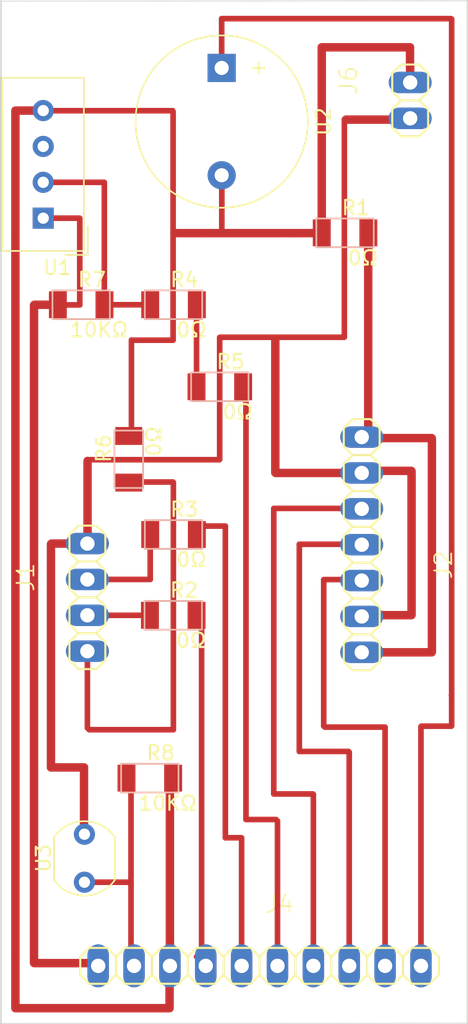
<source format=kicad_pcb>
(kicad_pcb (version 20171130) (host pcbnew "(5.1.5-0-10_14)")

  (general
    (thickness 1.6)
    (drawings 4)
    (tracks 134)
    (zones 0)
    (modules 15)
    (nets 18)
  )

  (page A4)
  (layers
    (0 F.Cu signal)
    (31 B.Cu signal)
    (32 B.Adhes user)
    (33 F.Adhes user)
    (34 B.Paste user)
    (35 F.Paste user)
    (36 B.SilkS user)
    (37 F.SilkS user)
    (38 B.Mask user)
    (39 F.Mask user)
    (40 Dwgs.User user)
    (41 Cmts.User user)
    (42 Eco1.User user)
    (43 Eco2.User user)
    (44 Edge.Cuts user)
    (45 Margin user)
    (46 B.CrtYd user)
    (47 F.CrtYd user)
    (48 B.Fab user)
    (49 F.Fab user hide)
  )

  (setup
    (last_trace_width 0.4)
    (trace_clearance 0.3)
    (zone_clearance 0.508)
    (zone_45_only no)
    (trace_min 0.2)
    (via_size 0.6)
    (via_drill 0.4)
    (via_min_size 0.4)
    (via_min_drill 0.3)
    (uvia_size 0.3)
    (uvia_drill 0.1)
    (uvias_allowed no)
    (uvia_min_size 0.2)
    (uvia_min_drill 0.1)
    (edge_width 0.05)
    (segment_width 0.2)
    (pcb_text_width 0.3)
    (pcb_text_size 1.5 1.5)
    (mod_edge_width 0.12)
    (mod_text_size 1 1)
    (mod_text_width 0.15)
    (pad_size 1.524 1.524)
    (pad_drill 0.762)
    (pad_to_mask_clearance 0.051)
    (solder_mask_min_width 0.25)
    (aux_axis_origin 0 0)
    (visible_elements FFFFFF7F)
    (pcbplotparams
      (layerselection 0x010fc_ffffffff)
      (usegerberextensions false)
      (usegerberattributes false)
      (usegerberadvancedattributes false)
      (creategerberjobfile false)
      (excludeedgelayer true)
      (linewidth 0.100000)
      (plotframeref false)
      (viasonmask false)
      (mode 1)
      (useauxorigin false)
      (hpglpennumber 1)
      (hpglpenspeed 20)
      (hpglpendiameter 15.000000)
      (psnegative false)
      (psa4output false)
      (plotreference true)
      (plotvalue true)
      (plotinvisibletext false)
      (padsonsilk false)
      (subtractmaskfromsilk false)
      (outputformat 1)
      (mirror false)
      (drillshape 1)
      (scaleselection 1)
      (outputdirectory ""))
  )

  (net 0 "")
  (net 1 GND)
  (net 2 ECHO)
  (net 3 TRIG)
  (net 4 5V)
  (net 5 R)
  (net 6 G)
  (net 7 B)
  (net 8 DHT)
  (net 9 3V3)
  (net 10 LDR)
  (net 11 BUZZ)
  (net 12 "Net-(J4-Pad4)")
  (net 13 "Net-(J4-Pad5)")
  (net 14 "Net-(J4-Pad6)")
  (net 15 "Net-(J2-Pad1)")
  (net 16 "Net-(R4-Pad2)")
  (net 17 "Net-(J1-Pad1)")

  (net_class Default "This is the default net class."
    (clearance 0.3)
    (trace_width 0.4)
    (via_dia 0.6)
    (via_drill 0.4)
    (uvia_dia 0.3)
    (uvia_drill 0.1)
    (diff_pair_width 0.4)
    (diff_pair_gap 0.25)
    (add_net 3V3)
    (add_net 5V)
    (add_net B)
    (add_net BUZZ)
    (add_net DHT)
    (add_net ECHO)
    (add_net G)
    (add_net GND)
    (add_net LDR)
    (add_net "Net-(J1-Pad1)")
    (add_net "Net-(J2-Pad1)")
    (add_net "Net-(J4-Pad4)")
    (add_net "Net-(J4-Pad5)")
    (add_net "Net-(J4-Pad6)")
    (add_net "Net-(R4-Pad2)")
    (add_net R)
    (add_net TRIG)
  )

  (module fab-1X02 (layer F.Cu) (tedit 5E6F637F) (tstamp 5EA8A51D)
    (at 184.912 58.86 90)
    (descr "PIN HEADER")
    (path /5E9CA6F7)
    (fp_text reference J6 (at 2.54 -5.08 270) (layer F.SilkS)
      (effects (font (size 1.2065 1.2065) (thickness 0.12065)) (justify right top))
    )
    (fp_text value SENSOR-5V (at -2.54 3.175 270) (layer F.Fab)
      (effects (font (size 1.2065 1.2065) (thickness 0.09652)) (justify right top))
    )
    (fp_line (start -1.905 -1.27) (end -0.635 -1.27) (layer F.SilkS) (width 0.1524))
    (fp_line (start -0.635 -1.27) (end 0 -0.635) (layer F.SilkS) (width 0.1524))
    (fp_line (start 0 -0.635) (end 0 0.635) (layer F.SilkS) (width 0.1524))
    (fp_line (start 0 0.635) (end -0.635 1.27) (layer F.SilkS) (width 0.1524))
    (fp_line (start 0 -0.635) (end 0.635 -1.27) (layer F.SilkS) (width 0.1524))
    (fp_line (start 0.635 -1.27) (end 1.905 -1.27) (layer F.SilkS) (width 0.1524))
    (fp_line (start 1.905 -1.27) (end 2.54 -0.635) (layer F.SilkS) (width 0.1524))
    (fp_line (start 2.54 -0.635) (end 2.54 0.635) (layer F.SilkS) (width 0.1524))
    (fp_line (start 2.54 0.635) (end 1.905 1.27) (layer F.SilkS) (width 0.1524))
    (fp_line (start 1.905 1.27) (end 0.635 1.27) (layer F.SilkS) (width 0.1524))
    (fp_line (start 0.635 1.27) (end 0 0.635) (layer F.SilkS) (width 0.1524))
    (fp_line (start -2.54 -0.635) (end -2.54 0.635) (layer F.SilkS) (width 0.1524))
    (fp_line (start -1.905 -1.27) (end -2.54 -0.635) (layer F.SilkS) (width 0.1524))
    (fp_line (start -2.54 0.635) (end -1.905 1.27) (layer F.SilkS) (width 0.1524))
    (fp_line (start -0.635 1.27) (end -1.905 1.27) (layer F.SilkS) (width 0.1524))
    (fp_poly (pts (xy 1.016 0.254) (xy 1.524 0.254) (xy 1.524 -0.254) (xy 1.016 -0.254)) (layer F.Fab) (width 0))
    (fp_poly (pts (xy -1.524 0.254) (xy -1.016 0.254) (xy -1.016 -0.254) (xy -1.524 -0.254)) (layer F.Fab) (width 0))
    (pad 1 thru_hole oval (at -1.27 0 180) (size 3.048 1.524) (drill 1.016) (layers *.Cu *.Mask)
      (net 4 5V) (solder_mask_margin 0.1016))
    (pad 2 thru_hole oval (at 1.27 0 180) (size 3.048 1.524) (drill 1.016) (layers *.Cu *.Mask)
      (net 1 GND) (solder_mask_margin 0.1016))
    (model ${KISYS3DMOD}/Connector_PinHeader_2.54mm.3dshapes/PinHeader_1x02_P2.54mm_Vertical_SMD_Pin1Left.wrl
      (offset (xyz -0.3 0 -0.76))
      (scale (xyz 1 1 1))
      (rotate (xyz -180 0 90))
    )
  )

  (module fab:fab-1X10 (layer F.Cu) (tedit 5E6F63AD) (tstamp 5EB373FF)
    (at 174.244 120.142)
    (descr "PIN HEADER")
    (path /5ED8D564)
    (fp_text reference J4 (at 2.54 -5.08 -180) (layer F.SilkS)
      (effects (font (size 1.2065 1.2065) (thickness 0.12065)) (justify right top))
    )
    (fp_text value SENSOR-HEADER (at -12.7 3.175 -180) (layer F.Fab)
      (effects (font (size 1.2065 1.2065) (thickness 0.09652)) (justify right top))
    )
    (fp_line (start 10.795 -1.27) (end 12.065 -1.27) (layer F.SilkS) (width 0.1524))
    (fp_line (start 12.065 -1.27) (end 12.7 -0.635) (layer F.SilkS) (width 0.1524))
    (fp_line (start 12.7 -0.635) (end 12.7 0.635) (layer F.SilkS) (width 0.1524))
    (fp_line (start 12.7 0.635) (end 12.065 1.27) (layer F.SilkS) (width 0.1524))
    (fp_line (start 7.62 -0.635) (end 8.255 -1.27) (layer F.SilkS) (width 0.1524))
    (fp_line (start 8.255 -1.27) (end 9.525 -1.27) (layer F.SilkS) (width 0.1524))
    (fp_line (start 9.525 -1.27) (end 10.16 -0.635) (layer F.SilkS) (width 0.1524))
    (fp_line (start 10.16 -0.635) (end 10.16 0.635) (layer F.SilkS) (width 0.1524))
    (fp_line (start 10.16 0.635) (end 9.525 1.27) (layer F.SilkS) (width 0.1524))
    (fp_line (start 9.525 1.27) (end 8.255 1.27) (layer F.SilkS) (width 0.1524))
    (fp_line (start 8.255 1.27) (end 7.62 0.635) (layer F.SilkS) (width 0.1524))
    (fp_line (start 10.795 -1.27) (end 10.16 -0.635) (layer F.SilkS) (width 0.1524))
    (fp_line (start 10.16 0.635) (end 10.795 1.27) (layer F.SilkS) (width 0.1524))
    (fp_line (start 12.065 1.27) (end 10.795 1.27) (layer F.SilkS) (width 0.1524))
    (fp_line (start 3.175 -1.27) (end 4.445 -1.27) (layer F.SilkS) (width 0.1524))
    (fp_line (start 4.445 -1.27) (end 5.08 -0.635) (layer F.SilkS) (width 0.1524))
    (fp_line (start 5.08 -0.635) (end 5.08 0.635) (layer F.SilkS) (width 0.1524))
    (fp_line (start 5.08 0.635) (end 4.445 1.27) (layer F.SilkS) (width 0.1524))
    (fp_line (start 5.08 -0.635) (end 5.715 -1.27) (layer F.SilkS) (width 0.1524))
    (fp_line (start 5.715 -1.27) (end 6.985 -1.27) (layer F.SilkS) (width 0.1524))
    (fp_line (start 6.985 -1.27) (end 7.62 -0.635) (layer F.SilkS) (width 0.1524))
    (fp_line (start 7.62 -0.635) (end 7.62 0.635) (layer F.SilkS) (width 0.1524))
    (fp_line (start 7.62 0.635) (end 6.985 1.27) (layer F.SilkS) (width 0.1524))
    (fp_line (start 6.985 1.27) (end 5.715 1.27) (layer F.SilkS) (width 0.1524))
    (fp_line (start 5.715 1.27) (end 5.08 0.635) (layer F.SilkS) (width 0.1524))
    (fp_line (start 0 -0.635) (end 0.635 -1.27) (layer F.SilkS) (width 0.1524))
    (fp_line (start 0.635 -1.27) (end 1.905 -1.27) (layer F.SilkS) (width 0.1524))
    (fp_line (start 1.905 -1.27) (end 2.54 -0.635) (layer F.SilkS) (width 0.1524))
    (fp_line (start 2.54 -0.635) (end 2.54 0.635) (layer F.SilkS) (width 0.1524))
    (fp_line (start 2.54 0.635) (end 1.905 1.27) (layer F.SilkS) (width 0.1524))
    (fp_line (start 1.905 1.27) (end 0.635 1.27) (layer F.SilkS) (width 0.1524))
    (fp_line (start 0.635 1.27) (end 0 0.635) (layer F.SilkS) (width 0.1524))
    (fp_line (start 3.175 -1.27) (end 2.54 -0.635) (layer F.SilkS) (width 0.1524))
    (fp_line (start 2.54 0.635) (end 3.175 1.27) (layer F.SilkS) (width 0.1524))
    (fp_line (start 4.445 1.27) (end 3.175 1.27) (layer F.SilkS) (width 0.1524))
    (fp_line (start -4.445 -1.27) (end -3.175 -1.27) (layer F.SilkS) (width 0.1524))
    (fp_line (start -3.175 -1.27) (end -2.54 -0.635) (layer F.SilkS) (width 0.1524))
    (fp_line (start -2.54 -0.635) (end -2.54 0.635) (layer F.SilkS) (width 0.1524))
    (fp_line (start -2.54 0.635) (end -3.175 1.27) (layer F.SilkS) (width 0.1524))
    (fp_line (start -2.54 -0.635) (end -1.905 -1.27) (layer F.SilkS) (width 0.1524))
    (fp_line (start -1.905 -1.27) (end -0.635 -1.27) (layer F.SilkS) (width 0.1524))
    (fp_line (start -0.635 -1.27) (end 0 -0.635) (layer F.SilkS) (width 0.1524))
    (fp_line (start 0 -0.635) (end 0 0.635) (layer F.SilkS) (width 0.1524))
    (fp_line (start 0 0.635) (end -0.635 1.27) (layer F.SilkS) (width 0.1524))
    (fp_line (start -0.635 1.27) (end -1.905 1.27) (layer F.SilkS) (width 0.1524))
    (fp_line (start -1.905 1.27) (end -2.54 0.635) (layer F.SilkS) (width 0.1524))
    (fp_line (start -7.62 -0.635) (end -6.985 -1.27) (layer F.SilkS) (width 0.1524))
    (fp_line (start -6.985 -1.27) (end -5.715 -1.27) (layer F.SilkS) (width 0.1524))
    (fp_line (start -5.715 -1.27) (end -5.08 -0.635) (layer F.SilkS) (width 0.1524))
    (fp_line (start -5.08 -0.635) (end -5.08 0.635) (layer F.SilkS) (width 0.1524))
    (fp_line (start -5.08 0.635) (end -5.715 1.27) (layer F.SilkS) (width 0.1524))
    (fp_line (start -5.715 1.27) (end -6.985 1.27) (layer F.SilkS) (width 0.1524))
    (fp_line (start -6.985 1.27) (end -7.62 0.635) (layer F.SilkS) (width 0.1524))
    (fp_line (start -4.445 -1.27) (end -5.08 -0.635) (layer F.SilkS) (width 0.1524))
    (fp_line (start -5.08 0.635) (end -4.445 1.27) (layer F.SilkS) (width 0.1524))
    (fp_line (start -3.175 1.27) (end -4.445 1.27) (layer F.SilkS) (width 0.1524))
    (fp_line (start -12.065 -1.27) (end -10.795 -1.27) (layer F.SilkS) (width 0.1524))
    (fp_line (start -10.795 -1.27) (end -10.16 -0.635) (layer F.SilkS) (width 0.1524))
    (fp_line (start -10.16 -0.635) (end -10.16 0.635) (layer F.SilkS) (width 0.1524))
    (fp_line (start -10.16 0.635) (end -10.795 1.27) (layer F.SilkS) (width 0.1524))
    (fp_line (start -10.16 -0.635) (end -9.525 -1.27) (layer F.SilkS) (width 0.1524))
    (fp_line (start -9.525 -1.27) (end -8.255 -1.27) (layer F.SilkS) (width 0.1524))
    (fp_line (start -8.255 -1.27) (end -7.62 -0.635) (layer F.SilkS) (width 0.1524))
    (fp_line (start -7.62 -0.635) (end -7.62 0.635) (layer F.SilkS) (width 0.1524))
    (fp_line (start -7.62 0.635) (end -8.255 1.27) (layer F.SilkS) (width 0.1524))
    (fp_line (start -8.255 1.27) (end -9.525 1.27) (layer F.SilkS) (width 0.1524))
    (fp_line (start -9.525 1.27) (end -10.16 0.635) (layer F.SilkS) (width 0.1524))
    (fp_line (start -12.7 -0.635) (end -12.7 0.635) (layer F.SilkS) (width 0.1524))
    (fp_line (start -12.065 -1.27) (end -12.7 -0.635) (layer F.SilkS) (width 0.1524))
    (fp_line (start -12.7 0.635) (end -12.065 1.27) (layer F.SilkS) (width 0.1524))
    (fp_line (start -10.795 1.27) (end -12.065 1.27) (layer F.SilkS) (width 0.1524))
    (fp_poly (pts (xy 11.176 0.254) (xy 11.684 0.254) (xy 11.684 -0.254) (xy 11.176 -0.254)) (layer F.Fab) (width 0))
    (fp_poly (pts (xy 8.636 0.254) (xy 9.144 0.254) (xy 9.144 -0.254) (xy 8.636 -0.254)) (layer F.Fab) (width 0))
    (fp_poly (pts (xy 6.096 0.254) (xy 6.604 0.254) (xy 6.604 -0.254) (xy 6.096 -0.254)) (layer F.Fab) (width 0))
    (fp_poly (pts (xy 3.556 0.254) (xy 4.064 0.254) (xy 4.064 -0.254) (xy 3.556 -0.254)) (layer F.Fab) (width 0))
    (fp_poly (pts (xy 1.016 0.254) (xy 1.524 0.254) (xy 1.524 -0.254) (xy 1.016 -0.254)) (layer F.Fab) (width 0))
    (fp_poly (pts (xy -1.524 0.254) (xy -1.016 0.254) (xy -1.016 -0.254) (xy -1.524 -0.254)) (layer F.Fab) (width 0))
    (fp_poly (pts (xy -4.064 0.254) (xy -3.556 0.254) (xy -3.556 -0.254) (xy -4.064 -0.254)) (layer F.Fab) (width 0))
    (fp_poly (pts (xy -6.604 0.254) (xy -6.096 0.254) (xy -6.096 -0.254) (xy -6.604 -0.254)) (layer F.Fab) (width 0))
    (fp_poly (pts (xy -9.144 0.254) (xy -8.636 0.254) (xy -8.636 -0.254) (xy -9.144 -0.254)) (layer F.Fab) (width 0))
    (fp_poly (pts (xy -11.684 0.254) (xy -11.176 0.254) (xy -11.176 -0.254) (xy -11.684 -0.254)) (layer F.Fab) (width 0))
    (pad 1 thru_hole oval (at -11.43 0 90) (size 3.048 1.524) (drill 1.016) (layers *.Cu *.Mask)
      (net 9 3V3) (solder_mask_margin 0.1016))
    (pad 2 thru_hole oval (at -8.89 0 90) (size 3.048 1.524) (drill 1.016) (layers *.Cu *.Mask)
      (net 10 LDR) (solder_mask_margin 0.1016))
    (pad 3 thru_hole oval (at -6.35 0 90) (size 3.048 1.524) (drill 1.016) (layers *.Cu *.Mask)
      (net 1 GND) (solder_mask_margin 0.1016))
    (pad 4 thru_hole oval (at -3.81 0 90) (size 3.048 1.524) (drill 1.016) (layers *.Cu *.Mask)
      (net 12 "Net-(J4-Pad4)") (solder_mask_margin 0.1016))
    (pad 5 thru_hole oval (at -1.27 0 90) (size 3.048 1.524) (drill 1.016) (layers *.Cu *.Mask)
      (net 13 "Net-(J4-Pad5)") (solder_mask_margin 0.1016))
    (pad 6 thru_hole oval (at 1.27 0 90) (size 3.048 1.524) (drill 1.016) (layers *.Cu *.Mask)
      (net 14 "Net-(J4-Pad6)") (solder_mask_margin 0.1016))
    (pad 7 thru_hole oval (at 3.81 0 90) (size 3.048 1.524) (drill 1.016) (layers *.Cu *.Mask)
      (net 5 R) (solder_mask_margin 0.1016))
    (pad 8 thru_hole oval (at 6.35 0 90) (size 3.048 1.524) (drill 1.016) (layers *.Cu *.Mask)
      (net 6 G) (solder_mask_margin 0.1016))
    (pad 9 thru_hole oval (at 8.89 0 90) (size 3.048 1.524) (drill 1.016) (layers *.Cu *.Mask)
      (net 7 B) (solder_mask_margin 0.1016))
    (pad 10 thru_hole oval (at 11.43 0 90) (size 3.048 1.524) (drill 1.016) (layers *.Cu *.Mask)
      (net 11 BUZZ) (solder_mask_margin 0.1016))
    (model ${KISYS3DMOD}/Connector_PinHeader_2.54mm.3dshapes/PinHeader_1x10_P2.54mm_Vertical_SMD_Pin1Left.wrl
      (offset (xyz 0 0 -0.76))
      (scale (xyz 1 1 1))
      (rotate (xyz -180 0 90))
    )
  )

  (module fab-1X07 (layer F.Cu) (tedit 5E6F63A0) (tstamp 5F0A952F)
    (at 181.48 90.32 270)
    (descr "PIN HEADER")
    (path /5F0B41EE)
    (fp_text reference J2 (at 2.54 -5.08 270) (layer F.SilkS)
      (effects (font (size 1.2065 1.2065) (thickness 0.12065)) (justify left top))
    )
    (fp_text value WS2812B-HEADER (at -8.89 3.175 270) (layer F.Fab)
      (effects (font (size 1.2065 1.2065) (thickness 0.09652)) (justify left top))
    )
    (fp_line (start 6.985 -1.27) (end 8.255 -1.27) (layer F.SilkS) (width 0.1524))
    (fp_line (start 8.255 -1.27) (end 8.89 -0.635) (layer F.SilkS) (width 0.1524))
    (fp_line (start 8.89 -0.635) (end 8.89 0.635) (layer F.SilkS) (width 0.1524))
    (fp_line (start 8.89 0.635) (end 8.255 1.27) (layer F.SilkS) (width 0.1524))
    (fp_line (start 3.81 -0.635) (end 4.445 -1.27) (layer F.SilkS) (width 0.1524))
    (fp_line (start 4.445 -1.27) (end 5.715 -1.27) (layer F.SilkS) (width 0.1524))
    (fp_line (start 5.715 -1.27) (end 6.35 -0.635) (layer F.SilkS) (width 0.1524))
    (fp_line (start 6.35 -0.635) (end 6.35 0.635) (layer F.SilkS) (width 0.1524))
    (fp_line (start 6.35 0.635) (end 5.715 1.27) (layer F.SilkS) (width 0.1524))
    (fp_line (start 5.715 1.27) (end 4.445 1.27) (layer F.SilkS) (width 0.1524))
    (fp_line (start 4.445 1.27) (end 3.81 0.635) (layer F.SilkS) (width 0.1524))
    (fp_line (start 6.985 -1.27) (end 6.35 -0.635) (layer F.SilkS) (width 0.1524))
    (fp_line (start 6.35 0.635) (end 6.985 1.27) (layer F.SilkS) (width 0.1524))
    (fp_line (start 8.255 1.27) (end 6.985 1.27) (layer F.SilkS) (width 0.1524))
    (fp_line (start -0.635 -1.27) (end 0.635 -1.27) (layer F.SilkS) (width 0.1524))
    (fp_line (start 0.635 -1.27) (end 1.27 -0.635) (layer F.SilkS) (width 0.1524))
    (fp_line (start 1.27 -0.635) (end 1.27 0.635) (layer F.SilkS) (width 0.1524))
    (fp_line (start 1.27 0.635) (end 0.635 1.27) (layer F.SilkS) (width 0.1524))
    (fp_line (start 1.27 -0.635) (end 1.905 -1.27) (layer F.SilkS) (width 0.1524))
    (fp_line (start 1.905 -1.27) (end 3.175 -1.27) (layer F.SilkS) (width 0.1524))
    (fp_line (start 3.175 -1.27) (end 3.81 -0.635) (layer F.SilkS) (width 0.1524))
    (fp_line (start 3.81 -0.635) (end 3.81 0.635) (layer F.SilkS) (width 0.1524))
    (fp_line (start 3.81 0.635) (end 3.175 1.27) (layer F.SilkS) (width 0.1524))
    (fp_line (start 3.175 1.27) (end 1.905 1.27) (layer F.SilkS) (width 0.1524))
    (fp_line (start 1.905 1.27) (end 1.27 0.635) (layer F.SilkS) (width 0.1524))
    (fp_line (start -3.81 -0.635) (end -3.175 -1.27) (layer F.SilkS) (width 0.1524))
    (fp_line (start -3.175 -1.27) (end -1.905 -1.27) (layer F.SilkS) (width 0.1524))
    (fp_line (start -1.905 -1.27) (end -1.27 -0.635) (layer F.SilkS) (width 0.1524))
    (fp_line (start -1.27 -0.635) (end -1.27 0.635) (layer F.SilkS) (width 0.1524))
    (fp_line (start -1.27 0.635) (end -1.905 1.27) (layer F.SilkS) (width 0.1524))
    (fp_line (start -1.905 1.27) (end -3.175 1.27) (layer F.SilkS) (width 0.1524))
    (fp_line (start -3.175 1.27) (end -3.81 0.635) (layer F.SilkS) (width 0.1524))
    (fp_line (start -0.635 -1.27) (end -1.27 -0.635) (layer F.SilkS) (width 0.1524))
    (fp_line (start -1.27 0.635) (end -0.635 1.27) (layer F.SilkS) (width 0.1524))
    (fp_line (start 0.635 1.27) (end -0.635 1.27) (layer F.SilkS) (width 0.1524))
    (fp_line (start -8.255 -1.27) (end -6.985 -1.27) (layer F.SilkS) (width 0.1524))
    (fp_line (start -6.985 -1.27) (end -6.35 -0.635) (layer F.SilkS) (width 0.1524))
    (fp_line (start -6.35 -0.635) (end -6.35 0.635) (layer F.SilkS) (width 0.1524))
    (fp_line (start -6.35 0.635) (end -6.985 1.27) (layer F.SilkS) (width 0.1524))
    (fp_line (start -6.35 -0.635) (end -5.715 -1.27) (layer F.SilkS) (width 0.1524))
    (fp_line (start -5.715 -1.27) (end -4.445 -1.27) (layer F.SilkS) (width 0.1524))
    (fp_line (start -4.445 -1.27) (end -3.81 -0.635) (layer F.SilkS) (width 0.1524))
    (fp_line (start -3.81 -0.635) (end -3.81 0.635) (layer F.SilkS) (width 0.1524))
    (fp_line (start -3.81 0.635) (end -4.445 1.27) (layer F.SilkS) (width 0.1524))
    (fp_line (start -4.445 1.27) (end -5.715 1.27) (layer F.SilkS) (width 0.1524))
    (fp_line (start -5.715 1.27) (end -6.35 0.635) (layer F.SilkS) (width 0.1524))
    (fp_line (start -8.89 -0.635) (end -8.89 0.635) (layer F.SilkS) (width 0.1524))
    (fp_line (start -8.255 -1.27) (end -8.89 -0.635) (layer F.SilkS) (width 0.1524))
    (fp_line (start -8.89 0.635) (end -8.255 1.27) (layer F.SilkS) (width 0.1524))
    (fp_line (start -6.985 1.27) (end -8.255 1.27) (layer F.SilkS) (width 0.1524))
    (fp_poly (pts (xy 7.366 0.254) (xy 7.874 0.254) (xy 7.874 -0.254) (xy 7.366 -0.254)) (layer F.Fab) (width 0))
    (fp_poly (pts (xy 4.826 0.254) (xy 5.334 0.254) (xy 5.334 -0.254) (xy 4.826 -0.254)) (layer F.Fab) (width 0))
    (fp_poly (pts (xy 2.286 0.254) (xy 2.794 0.254) (xy 2.794 -0.254) (xy 2.286 -0.254)) (layer F.Fab) (width 0))
    (fp_poly (pts (xy -0.254 0.254) (xy 0.254 0.254) (xy 0.254 -0.254) (xy -0.254 -0.254)) (layer F.Fab) (width 0))
    (fp_poly (pts (xy -2.794 0.254) (xy -2.286 0.254) (xy -2.286 -0.254) (xy -2.794 -0.254)) (layer F.Fab) (width 0))
    (fp_poly (pts (xy -5.334 0.254) (xy -4.826 0.254) (xy -4.826 -0.254) (xy -5.334 -0.254)) (layer F.Fab) (width 0))
    (fp_poly (pts (xy -7.874 0.254) (xy -7.366 0.254) (xy -7.366 -0.254) (xy -7.874 -0.254)) (layer F.Fab) (width 0))
    (pad 1 thru_hole oval (at -7.62 0) (size 3.048 1.524) (drill 1.016) (layers *.Cu *.Mask)
      (net 15 "Net-(J2-Pad1)") (solder_mask_margin 0.1016))
    (pad 2 thru_hole oval (at -5.08 0) (size 3.048 1.524) (drill 1.016) (layers *.Cu *.Mask)
      (net 4 5V) (solder_mask_margin 0.1016))
    (pad 3 thru_hole oval (at -2.54 0) (size 3.048 1.524) (drill 1.016) (layers *.Cu *.Mask)
      (net 5 R) (solder_mask_margin 0.1016))
    (pad 4 thru_hole oval (at 0 0) (size 3.048 1.524) (drill 1.016) (layers *.Cu *.Mask)
      (net 6 G) (solder_mask_margin 0.1016))
    (pad 5 thru_hole oval (at 2.54 0) (size 3.048 1.524) (drill 1.016) (layers *.Cu *.Mask)
      (net 7 B) (solder_mask_margin 0.1016))
    (pad 6 thru_hole oval (at 5.08 0) (size 3.048 1.524) (drill 1.016) (layers *.Cu *.Mask)
      (net 4 5V) (solder_mask_margin 0.1016))
    (pad 7 thru_hole oval (at 7.62 0) (size 3.048 1.524) (drill 1.016) (layers *.Cu *.Mask)
      (net 15 "Net-(J2-Pad1)") (solder_mask_margin 0.1016))
    (model ${KISYS3DMOD}/Connector_PinHeader_2.54mm.3dshapes/PinHeader_1x07_P2.54mm_Horizontal.wrl
      (offset (xyz -7.3 0 0))
      (scale (xyz 1 1 1))
      (rotate (xyz 0 0 -90))
    )
  )

  (module fab:fab-1X04 (layer F.Cu) (tedit 5E6F638A) (tstamp 5F0B1538)
    (at 162.05 94.05 90)
    (descr "PIN HEADER")
    (path /5F0B103D)
    (fp_text reference J1 (at 2.54 -5.08 -90) (layer F.SilkS)
      (effects (font (size 1.2065 1.2065) (thickness 0.12065)) (justify right top))
    )
    (fp_text value HRSC04-HEADER (at -5.08 3.175 -90) (layer F.Fab)
      (effects (font (size 1.2065 1.2065) (thickness 0.09652)) (justify right top))
    )
    (fp_line (start 3.175 -1.27) (end 4.445 -1.27) (layer F.SilkS) (width 0.1524))
    (fp_line (start 4.445 -1.27) (end 5.08 -0.635) (layer F.SilkS) (width 0.1524))
    (fp_line (start 5.08 -0.635) (end 5.08 0.635) (layer F.SilkS) (width 0.1524))
    (fp_line (start 5.08 0.635) (end 4.445 1.27) (layer F.SilkS) (width 0.1524))
    (fp_line (start 0 -0.635) (end 0.635 -1.27) (layer F.SilkS) (width 0.1524))
    (fp_line (start 0.635 -1.27) (end 1.905 -1.27) (layer F.SilkS) (width 0.1524))
    (fp_line (start 1.905 -1.27) (end 2.54 -0.635) (layer F.SilkS) (width 0.1524))
    (fp_line (start 2.54 -0.635) (end 2.54 0.635) (layer F.SilkS) (width 0.1524))
    (fp_line (start 2.54 0.635) (end 1.905 1.27) (layer F.SilkS) (width 0.1524))
    (fp_line (start 1.905 1.27) (end 0.635 1.27) (layer F.SilkS) (width 0.1524))
    (fp_line (start 0.635 1.27) (end 0 0.635) (layer F.SilkS) (width 0.1524))
    (fp_line (start 3.175 -1.27) (end 2.54 -0.635) (layer F.SilkS) (width 0.1524))
    (fp_line (start 2.54 0.635) (end 3.175 1.27) (layer F.SilkS) (width 0.1524))
    (fp_line (start 4.445 1.27) (end 3.175 1.27) (layer F.SilkS) (width 0.1524))
    (fp_line (start -4.445 -1.27) (end -3.175 -1.27) (layer F.SilkS) (width 0.1524))
    (fp_line (start -3.175 -1.27) (end -2.54 -0.635) (layer F.SilkS) (width 0.1524))
    (fp_line (start -2.54 -0.635) (end -2.54 0.635) (layer F.SilkS) (width 0.1524))
    (fp_line (start -2.54 0.635) (end -3.175 1.27) (layer F.SilkS) (width 0.1524))
    (fp_line (start -2.54 -0.635) (end -1.905 -1.27) (layer F.SilkS) (width 0.1524))
    (fp_line (start -1.905 -1.27) (end -0.635 -1.27) (layer F.SilkS) (width 0.1524))
    (fp_line (start -0.635 -1.27) (end 0 -0.635) (layer F.SilkS) (width 0.1524))
    (fp_line (start 0 -0.635) (end 0 0.635) (layer F.SilkS) (width 0.1524))
    (fp_line (start 0 0.635) (end -0.635 1.27) (layer F.SilkS) (width 0.1524))
    (fp_line (start -0.635 1.27) (end -1.905 1.27) (layer F.SilkS) (width 0.1524))
    (fp_line (start -1.905 1.27) (end -2.54 0.635) (layer F.SilkS) (width 0.1524))
    (fp_line (start -5.08 -0.635) (end -5.08 0.635) (layer F.SilkS) (width 0.1524))
    (fp_line (start -4.445 -1.27) (end -5.08 -0.635) (layer F.SilkS) (width 0.1524))
    (fp_line (start -5.08 0.635) (end -4.445 1.27) (layer F.SilkS) (width 0.1524))
    (fp_line (start -3.175 1.27) (end -4.445 1.27) (layer F.SilkS) (width 0.1524))
    (fp_poly (pts (xy 3.556 0.254) (xy 4.064 0.254) (xy 4.064 -0.254) (xy 3.556 -0.254)) (layer F.Fab) (width 0))
    (fp_poly (pts (xy 1.016 0.254) (xy 1.524 0.254) (xy 1.524 -0.254) (xy 1.016 -0.254)) (layer F.Fab) (width 0))
    (fp_poly (pts (xy -1.524 0.254) (xy -1.016 0.254) (xy -1.016 -0.254) (xy -1.524 -0.254)) (layer F.Fab) (width 0))
    (fp_poly (pts (xy -4.064 0.254) (xy -3.556 0.254) (xy -3.556 -0.254) (xy -4.064 -0.254)) (layer F.Fab) (width 0))
    (pad 1 thru_hole oval (at -3.81 0 180) (size 3.048 1.524) (drill 1.016) (layers *.Cu *.Mask)
      (net 17 "Net-(J1-Pad1)") (solder_mask_margin 0.1016))
    (pad 2 thru_hole oval (at -1.27 0 180) (size 3.048 1.524) (drill 1.016) (layers *.Cu *.Mask)
      (net 2 ECHO) (solder_mask_margin 0.1016))
    (pad 3 thru_hole oval (at 1.27 0 180) (size 3.048 1.524) (drill 1.016) (layers *.Cu *.Mask)
      (net 3 TRIG) (solder_mask_margin 0.1016))
    (pad 4 thru_hole oval (at 3.81 0 180) (size 3.048 1.524) (drill 1.016) (layers *.Cu *.Mask)
      (net 4 5V) (solder_mask_margin 0.1016))
    (model ${KISYS3DMOD}/Connector_PinHeader_2.54mm.3dshapes/PinHeader_1x04_P2.54mm_Horizontal.wrl
      (offset (xyz -3.8 0 0))
      (scale (xyz 1 1 1))
      (rotate (xyz 0 0 -90))
    )
  )

  (module fab-R1206FAB (layer F.Cu) (tedit 200000) (tstamp 5F0B631C)
    (at 168.131 95.32)
    (path /5F0CFF5C)
    (attr smd)
    (fp_text reference R2 (at 0.762 -1.778) (layer F.SilkS)
      (effects (font (size 1.016 1.016) (thickness 0.1524)))
    )
    (fp_text value 0Ω (at 1.27 1.778) (layer F.SilkS)
      (effects (font (size 1.016 1.016) (thickness 0.1524)))
    )
    (fp_line (start -2.032 -1.016) (end 2.032 -1.016) (layer B.SilkS) (width 0.127))
    (fp_line (start 2.032 -1.016) (end 2.032 1.016) (layer B.SilkS) (width 0.127))
    (fp_line (start 2.032 1.016) (end -2.032 1.016) (layer B.SilkS) (width 0.127))
    (fp_line (start -2.032 1.016) (end -2.032 -1.016) (layer B.SilkS) (width 0.127))
    (pad 1 smd rect (at -1.651 0) (size 1.27 1.905) (layers F.Cu F.Paste F.Mask)
      (net 2 ECHO))
    (pad 2 smd rect (at 1.651 0) (size 1.27 1.905) (layers F.Cu F.Paste F.Mask)
      (net 12 "Net-(J4-Pad4)"))
    (model ${KISYS3DMOD}/Resistor_SMD.3dshapes/R_1206_3216Metric.step
      (at (xyz 0 0 0))
      (scale (xyz 1 1 1))
      (rotate (xyz 0 0 0))
    )
  )

  (module fab-R1206FAB (layer F.Cu) (tedit 200000) (tstamp 5F0B6326)
    (at 168.151 89.6)
    (path /5F0D693E)
    (attr smd)
    (fp_text reference R3 (at 0.762 -1.778) (layer F.SilkS)
      (effects (font (size 1.016 1.016) (thickness 0.1524)))
    )
    (fp_text value 0Ω (at 1.27 1.778) (layer F.SilkS)
      (effects (font (size 1.016 1.016) (thickness 0.1524)))
    )
    (fp_line (start -2.032 1.016) (end -2.032 -1.016) (layer B.SilkS) (width 0.127))
    (fp_line (start 2.032 1.016) (end -2.032 1.016) (layer B.SilkS) (width 0.127))
    (fp_line (start 2.032 -1.016) (end 2.032 1.016) (layer B.SilkS) (width 0.127))
    (fp_line (start -2.032 -1.016) (end 2.032 -1.016) (layer B.SilkS) (width 0.127))
    (pad 2 smd rect (at 1.651 0) (size 1.27 1.905) (layers F.Cu F.Paste F.Mask)
      (net 13 "Net-(J4-Pad5)"))
    (pad 1 smd rect (at -1.651 0) (size 1.27 1.905) (layers F.Cu F.Paste F.Mask)
      (net 3 TRIG))
    (model ${KISYS3DMOD}/Resistor_SMD.3dshapes/R_1206_3216Metric.step
      (at (xyz 0 0 0))
      (scale (xyz 1 1 1))
      (rotate (xyz 0 0 0))
    )
  )

  (module fab-R1206FAB (layer F.Cu) (tedit 200000) (tstamp 5F0B6330)
    (at 171.429 79.14)
    (path /5F0D70F8)
    (attr smd)
    (fp_text reference R5 (at 0.762 -1.778) (layer F.SilkS)
      (effects (font (size 1.016 1.016) (thickness 0.1524)))
    )
    (fp_text value 0Ω (at 1.27 1.778) (layer F.SilkS)
      (effects (font (size 1.016 1.016) (thickness 0.1524)))
    )
    (fp_line (start -2.032 -1.016) (end 2.032 -1.016) (layer B.SilkS) (width 0.127))
    (fp_line (start 2.032 -1.016) (end 2.032 1.016) (layer B.SilkS) (width 0.127))
    (fp_line (start 2.032 1.016) (end -2.032 1.016) (layer B.SilkS) (width 0.127))
    (fp_line (start -2.032 1.016) (end -2.032 -1.016) (layer B.SilkS) (width 0.127))
    (pad 1 smd rect (at -1.651 0) (size 1.27 1.905) (layers F.Cu F.Paste F.Mask)
      (net 16 "Net-(R4-Pad2)"))
    (pad 2 smd rect (at 1.651 0) (size 1.27 1.905) (layers F.Cu F.Paste F.Mask)
      (net 14 "Net-(J4-Pad6)"))
    (model ${KISYS3DMOD}/Resistor_SMD.3dshapes/R_1206_3216Metric.step
      (at (xyz 0 0 0))
      (scale (xyz 1 1 1))
      (rotate (xyz 0 0 0))
    )
  )

  (module fab-R1206FAB (layer F.Cu) (tedit 200000) (tstamp 5F0B678D)
    (at 180.299 68.24)
    (path /5F181422)
    (attr smd)
    (fp_text reference R1 (at 0.762 -1.778) (layer F.SilkS)
      (effects (font (size 1.016 1.016) (thickness 0.1524)))
    )
    (fp_text value 0Ω (at 1.27 1.778) (layer F.SilkS)
      (effects (font (size 1.016 1.016) (thickness 0.1524)))
    )
    (fp_line (start -2.032 -1.016) (end 2.032 -1.016) (layer B.SilkS) (width 0.127))
    (fp_line (start 2.032 -1.016) (end 2.032 1.016) (layer B.SilkS) (width 0.127))
    (fp_line (start 2.032 1.016) (end -2.032 1.016) (layer B.SilkS) (width 0.127))
    (fp_line (start -2.032 1.016) (end -2.032 -1.016) (layer B.SilkS) (width 0.127))
    (pad 1 smd rect (at -1.651 0) (size 1.27 1.905) (layers F.Cu F.Paste F.Mask)
      (net 1 GND))
    (pad 2 smd rect (at 1.651 0) (size 1.27 1.905) (layers F.Cu F.Paste F.Mask)
      (net 15 "Net-(J2-Pad1)"))
    (model ${KISYS3DMOD}/Resistor_SMD.3dshapes/R_1206_3216Metric.step
      (at (xyz 0 0 0))
      (scale (xyz 1 1 1))
      (rotate (xyz 0 0 0))
    )
  )

  (module fab-R1206FAB (layer F.Cu) (tedit 200000) (tstamp 5F0B7FF1)
    (at 164.98 84.271 90)
    (path /5F1ED276)
    (attr smd)
    (fp_text reference R6 (at 0.762 -1.778 90) (layer F.SilkS)
      (effects (font (size 1.016 1.016) (thickness 0.1524)))
    )
    (fp_text value 0Ω (at 1.27 1.778 90) (layer F.SilkS)
      (effects (font (size 1.016 1.016) (thickness 0.1524)))
    )
    (fp_line (start -2.032 -1.016) (end 2.032 -1.016) (layer B.SilkS) (width 0.127))
    (fp_line (start 2.032 -1.016) (end 2.032 1.016) (layer B.SilkS) (width 0.127))
    (fp_line (start 2.032 1.016) (end -2.032 1.016) (layer B.SilkS) (width 0.127))
    (fp_line (start -2.032 1.016) (end -2.032 -1.016) (layer B.SilkS) (width 0.127))
    (pad 1 smd rect (at -1.651 0 90) (size 1.27 1.905) (layers F.Cu F.Paste F.Mask)
      (net 17 "Net-(J1-Pad1)"))
    (pad 2 smd rect (at 1.651 0 90) (size 1.27 1.905) (layers F.Cu F.Paste F.Mask)
      (net 1 GND))
    (model ${KISYS3DMOD}/Resistor_SMD.3dshapes/R_1206_3216Metric.step
      (at (xyz 0 0 0))
      (scale (xyz 1 1 1))
      (rotate (xyz 0 0 0))
    )
  )

  (module fab-R1206FAB (layer F.Cu) (tedit 200000) (tstamp 5F0CF5F0)
    (at 161.609 73.33)
    (path /5F0CC96D)
    (attr smd)
    (fp_text reference R7 (at 0.762 -1.778) (layer F.SilkS)
      (effects (font (size 1.016 1.016) (thickness 0.1524)))
    )
    (fp_text value 10KΩ (at 1.27 1.778) (layer F.SilkS)
      (effects (font (size 1.016 1.016) (thickness 0.1524)))
    )
    (fp_line (start -2.032 -1.016) (end 2.032 -1.016) (layer B.SilkS) (width 0.127))
    (fp_line (start 2.032 -1.016) (end 2.032 1.016) (layer B.SilkS) (width 0.127))
    (fp_line (start 2.032 1.016) (end -2.032 1.016) (layer B.SilkS) (width 0.127))
    (fp_line (start -2.032 1.016) (end -2.032 -1.016) (layer B.SilkS) (width 0.127))
    (pad 1 smd rect (at -1.651 0) (size 1.27 1.905) (layers F.Cu F.Paste F.Mask)
      (net 9 3V3))
    (pad 2 smd rect (at 1.651 0) (size 1.27 1.905) (layers F.Cu F.Paste F.Mask)
      (net 8 DHT))
    (model ${KISYS3DMOD}/Resistor_SMD.3dshapes/R_1206_3216Metric.step
      (at (xyz 0 0 0))
      (scale (xyz 1 1 1))
      (rotate (xyz 0 0 0))
    )
  )

  (module fab-R1206FAB (layer F.Cu) (tedit 200000) (tstamp 5F0CF5FA)
    (at 166.47 106.85)
    (path /5F0E1C0E)
    (attr smd)
    (fp_text reference R8 (at 0.762 -1.778) (layer F.SilkS)
      (effects (font (size 1.016 1.016) (thickness 0.1524)))
    )
    (fp_text value 10KΩ (at 1.27 1.778) (layer F.SilkS)
      (effects (font (size 1.016 1.016) (thickness 0.1524)))
    )
    (fp_line (start -2.032 1.016) (end -2.032 -1.016) (layer B.SilkS) (width 0.127))
    (fp_line (start 2.032 1.016) (end -2.032 1.016) (layer B.SilkS) (width 0.127))
    (fp_line (start 2.032 -1.016) (end 2.032 1.016) (layer B.SilkS) (width 0.127))
    (fp_line (start -2.032 -1.016) (end 2.032 -1.016) (layer B.SilkS) (width 0.127))
    (pad 2 smd rect (at 1.651 0) (size 1.27 1.905) (layers F.Cu F.Paste F.Mask)
      (net 1 GND))
    (pad 1 smd rect (at -1.651 0) (size 1.27 1.905) (layers F.Cu F.Paste F.Mask)
      (net 10 LDR))
    (model ${KISYS3DMOD}/Resistor_SMD.3dshapes/R_1206_3216Metric.step
      (at (xyz 0 0 0))
      (scale (xyz 1 1 1))
      (rotate (xyz 0 0 0))
    )
  )

  (module Buzzer_Beeper:Buzzer_12x9.5RM7.6 (layer F.Cu) (tedit 5A030281) (tstamp 5F0CF61F)
    (at 171.56 56.56 270)
    (descr "Generic Buzzer, D12mm height 9.5mm with RM7.6mm")
    (tags buzzer)
    (path /5F0D638D)
    (fp_text reference U2 (at 3.8 -7.2 90) (layer F.SilkS)
      (effects (font (size 1 1) (thickness 0.15)))
    )
    (fp_text value "PASSIVE BUZZER" (at 3.8 7.4 90) (layer F.Fab)
      (effects (font (size 1 1) (thickness 0.15)))
    )
    (fp_text user + (at -0.01 -2.54 90) (layer F.Fab)
      (effects (font (size 1 1) (thickness 0.15)))
    )
    (fp_text user + (at -0.01 -2.54 90) (layer F.SilkS)
      (effects (font (size 1 1) (thickness 0.15)))
    )
    (fp_text user %R (at 3.8 -4 90) (layer F.Fab)
      (effects (font (size 1 1) (thickness 0.15)))
    )
    (fp_circle (center 3.8 0) (end 10.05 0) (layer F.CrtYd) (width 0.05))
    (fp_circle (center 3.8 0) (end 9.8 0) (layer F.Fab) (width 0.1))
    (fp_circle (center 3.8 0) (end 4.8 0) (layer F.Fab) (width 0.1))
    (fp_circle (center 3.8 0) (end 9.9 0) (layer F.SilkS) (width 0.12))
    (pad 1 thru_hole rect (at 0 0 270) (size 2 2) (drill 1) (layers *.Cu *.Mask)
      (net 11 BUZZ))
    (pad 2 thru_hole circle (at 7.6 0 270) (size 2 2) (drill 1) (layers *.Cu *.Mask)
      (net 1 GND))
    (model ${KISYS3DMOD}/Buzzer_Beeper.3dshapes/Buzzer_12x9.5RM7.6.wrl
      (at (xyz 0 0 0))
      (scale (xyz 1 1 1))
      (rotate (xyz 0 0 0))
    )
  )

  (module OptoDevice:R_LDR_5.1x4.3mm_P3.4mm_Vertical (layer F.Cu) (tedit 5B8603DB) (tstamp 5F0CF63F)
    (at 161.84 114.22 90)
    (descr "Resistor, LDR 5.1x3.4mm, see http://yourduino.com/docs/Photoresistor-5516-datasheet.pdf")
    (tags "Resistor LDR5.1x3.4mm")
    (path /5F0E885B)
    (fp_text reference U3 (at 1.7 -2.9 90) (layer F.SilkS)
      (effects (font (size 1 1) (thickness 0.15)))
    )
    (fp_text value LDR07 (at 1.5 3 90) (layer F.Fab)
      (effects (font (size 1 1) (thickness 0.15)))
    )
    (fp_text user %R (at 1.7 -2.9 90) (layer F.Fab)
      (effects (font (size 1 1) (thickness 0.15)))
    )
    (fp_line (start 0.15 2.15) (end 3.2 2.15) (layer F.SilkS) (width 0.12))
    (fp_line (start 0.15 -2.15) (end 3.2 -2.15) (layer F.SilkS) (width 0.12))
    (fp_line (start 1 0) (end 2.3 0) (layer F.Fab) (width 0.1))
    (fp_line (start 2.3 0) (end 2.3 -0.6) (layer F.Fab) (width 0.1))
    (fp_line (start 2.3 -0.6) (end 0.8 -0.6) (layer F.Fab) (width 0.1))
    (fp_line (start 2.6 0.6) (end 1 0.6) (layer F.Fab) (width 0.1))
    (fp_line (start 0.8 -1.8) (end 2.6 -1.8) (layer F.Fab) (width 0.1))
    (fp_line (start 2.6 -1.8) (end 2.6 -1.2) (layer F.Fab) (width 0.1))
    (fp_line (start 2.6 -1.2) (end 0.8 -1.2) (layer F.Fab) (width 0.1))
    (fp_line (start 0.8 -1.2) (end 0.8 -0.6) (layer F.Fab) (width 0.1))
    (fp_line (start 1 0) (end 1 0.6) (layer F.Fab) (width 0.1))
    (fp_line (start 2.6 0.6) (end 2.6 1.2) (layer F.Fab) (width 0.1))
    (fp_line (start 2.6 1.2) (end 0.8 1.2) (layer F.Fab) (width 0.1))
    (fp_line (start 0.8 1.2) (end 0.8 1.8) (layer F.Fab) (width 0.1))
    (fp_line (start 0.8 1.8) (end 2.6 1.8) (layer F.Fab) (width 0.1))
    (fp_line (start 3.2 2.1) (end 0.2 2.1) (layer F.Fab) (width 0.1))
    (fp_line (start 0.2 -2.1) (end 3.2 -2.1) (layer F.Fab) (width 0.1))
    (fp_line (start -1.13 -2.35) (end 4.53 -2.35) (layer F.CrtYd) (width 0.05))
    (fp_line (start -1.13 -2.35) (end -1.13 2.35) (layer F.CrtYd) (width 0.05))
    (fp_line (start 4.53 2.35) (end 4.53 -2.35) (layer F.CrtYd) (width 0.05))
    (fp_line (start 4.53 2.35) (end -1.13 2.35) (layer F.CrtYd) (width 0.05))
    (fp_arc (start 1.7 0) (end 0.15 2.15) (angle 109) (layer F.SilkS) (width 0.12))
    (fp_arc (start 1.7 0) (end 3.2 -2.15) (angle 109) (layer F.SilkS) (width 0.12))
    (fp_arc (start 1.7 0) (end 3.2 -2.1) (angle 109) (layer F.Fab) (width 0.1))
    (fp_arc (start 1.7 0) (end 0.2 2.1) (angle 109) (layer F.Fab) (width 0.1))
    (pad 1 thru_hole circle (at 0 0 90) (size 1.5 1.5) (drill 0.8) (layers *.Cu *.Mask)
      (net 10 LDR))
    (pad 2 thru_hole circle (at 3.4 0 90) (size 1.5 1.5) (drill 0.8) (layers *.Cu *.Mask)
      (net 4 5V))
    (model ${KISYS3DMOD}/OptoDevice.3dshapes/R_LDR_5.1x4.3mm_P3.4mm_Vertical.wrl
      (at (xyz 0 0 0))
      (scale (xyz 1 1 1))
      (rotate (xyz 0 0 0))
    )
  )

  (module fab-R1206FAB (layer F.Cu) (tedit 200000) (tstamp 5F0DB5D6)
    (at 168.151 73.33)
    (path /5F1BA525)
    (attr smd)
    (fp_text reference R4 (at 0.762 -1.778) (layer F.SilkS)
      (effects (font (size 1.016 1.016) (thickness 0.1524)))
    )
    (fp_text value 0Ω (at 1.27 1.778) (layer F.SilkS)
      (effects (font (size 1.016 1.016) (thickness 0.1524)))
    )
    (fp_line (start -2.032 -1.016) (end 2.032 -1.016) (layer B.SilkS) (width 0.127))
    (fp_line (start 2.032 -1.016) (end 2.032 1.016) (layer B.SilkS) (width 0.127))
    (fp_line (start 2.032 1.016) (end -2.032 1.016) (layer B.SilkS) (width 0.127))
    (fp_line (start -2.032 1.016) (end -2.032 -1.016) (layer B.SilkS) (width 0.127))
    (pad 1 smd rect (at -1.651 0) (size 1.27 1.905) (layers F.Cu F.Paste F.Mask)
      (net 8 DHT))
    (pad 2 smd rect (at 1.651 0) (size 1.27 1.905) (layers F.Cu F.Paste F.Mask)
      (net 16 "Net-(R4-Pad2)"))
    (model ${KISYS3DMOD}/Resistor_SMD.3dshapes/R_1206_3216Metric.step
      (at (xyz 0 0 0))
      (scale (xyz 1 1 1))
      (rotate (xyz 0 0 0))
    )
  )

  (module Sensor:Aosong_DHT11_5.5x12.0_P2.54mm (layer F.Cu) (tedit 5C4B60CF) (tstamp 5F0F658C)
    (at 158.92 67.2 180)
    (descr "Temperature and humidity module, http://akizukidenshi.com/download/ds/aosong/DHT11.pdf")
    (tags "Temperature and humidity module")
    (path /5F0CCB25)
    (fp_text reference U1 (at -1 -3.5) (layer F.SilkS)
      (effects (font (size 1 1) (thickness 0.15)))
    )
    (fp_text value DHT11 (at 0 11.3) (layer F.Fab)
      (effects (font (size 1 1) (thickness 0.15)))
    )
    (fp_line (start -1.75 -2.19) (end 2.75 -2.19) (layer F.Fab) (width 0.1))
    (fp_line (start 2.75 -2.19) (end 2.75 9.81) (layer F.Fab) (width 0.1))
    (fp_line (start 2.75 9.81) (end -2.75 9.81) (layer F.Fab) (width 0.1))
    (fp_line (start -2.75 -1.19) (end -2.75 9.81) (layer F.Fab) (width 0.1))
    (fp_line (start -2.87 -2.32) (end 2.87 -2.32) (layer F.SilkS) (width 0.12))
    (fp_line (start 2.88 -2.32) (end 2.88 9.94) (layer F.SilkS) (width 0.12))
    (fp_line (start 2.88 9.94) (end -2.88 9.94) (layer F.SilkS) (width 0.12))
    (fp_line (start -2.88 9.94) (end -2.88 -2.31) (layer F.SilkS) (width 0.12))
    (fp_text user %R (at 0 3.81) (layer F.Fab)
      (effects (font (size 1 1) (thickness 0.15)))
    )
    (fp_line (start -3 -2.44) (end 3 -2.44) (layer F.CrtYd) (width 0.05))
    (fp_line (start 3 -2.44) (end 3 10.06) (layer F.CrtYd) (width 0.05))
    (fp_line (start 3 10.06) (end -3 10.06) (layer F.CrtYd) (width 0.05))
    (fp_line (start -3 10.06) (end -3 -2.44) (layer F.CrtYd) (width 0.05))
    (fp_line (start -2.75 -1.19) (end -1.75 -2.19) (layer F.Fab) (width 0.1))
    (fp_line (start -3.16 -2.6) (end -3.16 -0.6) (layer F.SilkS) (width 0.12))
    (fp_line (start -3.16 -2.6) (end -1.55 -2.6) (layer F.SilkS) (width 0.12))
    (pad 1 thru_hole rect (at 0 0 180) (size 1.5 1.5) (drill 0.8) (layers *.Cu *.Mask)
      (net 9 3V3))
    (pad 2 thru_hole circle (at 0 2.54 180) (size 1.5 1.5) (drill 0.8) (layers *.Cu *.Mask)
      (net 8 DHT))
    (pad 3 thru_hole circle (at 0 5.08 180) (size 1.5 1.5) (drill 0.8) (layers *.Cu *.Mask))
    (pad 4 thru_hole circle (at 0 7.62 180) (size 1.5 1.5) (drill 0.8) (layers *.Cu *.Mask)
      (net 1 GND))
    (model ${KISYS3DMOD}/Sensor.3dshapes/Aosong_DHT11_5.5x12.0_P2.54mm.wrl
      (at (xyz 0 0 0))
      (scale (xyz 1 1 1))
      (rotate (xyz 0 0 0))
    )
  )

  (gr_line (start 155.92 51.83) (end 188.97 51.81) (layer Edge.Cuts) (width 0.05) (tstamp 5F0B82D9))
  (gr_line (start 155.92 124.22) (end 188.97 124.2) (layer Edge.Cuts) (width 0.05) (tstamp 5F0B827C))
  (gr_line (start 188.97 51.81) (end 188.97 124.2) (layer Edge.Cuts) (width 0.12))
  (gr_line (start 155.92 51.83) (end 155.92 124.22) (layer Edge.Cuts) (width 0.12) (tstamp 5E99B2E9))

  (segment (start 167.894 106.264) (end 167.89 106.26) (width 0.4) (layer F.Cu) (net 1) (status 30))
  (segment (start 167.894 120.142) (end 167.894 106.264) (width 0.6) (layer F.Cu) (net 1) (status 30))
  (segment (start 184.912 56.428) (end 184.91 56.426) (width 0.4) (layer F.Cu) (net 1))
  (segment (start 184.912 57.59) (end 184.912 56.428) (width 0.6) (layer F.Cu) (net 1) (status 10))
  (segment (start 168.12 68.18) (end 168.12 75.84) (width 0.4) (layer F.Cu) (net 1))
  (segment (start 168.06 75.84) (end 165.18 75.84) (width 0.4) (layer F.Cu) (net 1))
  (segment (start 165.17 75.83) (end 165.17 82.57) (width 0.4) (layer F.Cu) (net 1) (status 20))
  (segment (start 156.95 68.24) (end 156.95 119.641384) (width 0.6) (layer F.Cu) (net 1))
  (segment (start 156.95 119.63) (end 156.95 122.688616) (width 0.6) (layer F.Cu) (net 1))
  (segment (start 167.87 123.14) (end 167.87 120.616) (width 0.6) (layer F.Cu) (net 1) (status 20))
  (segment (start 156.95 123.14) (end 167.83 123.14) (width 0.6) (layer F.Cu) (net 1))
  (segment (start 176.35 68.26) (end 178.64 68.26) (width 0.6) (layer F.Cu) (net 1) (status 20))
  (segment (start 176.369 68.25) (end 176.379 68.24) (width 0.4) (layer F.Cu) (net 1))
  (segment (start 178.65 68.238) (end 178.648 68.24) (width 0.4) (layer F.Cu) (net 1) (status 30))
  (segment (start 156.95 68.24) (end 156.95 59.59) (width 0.6) (layer F.Cu) (net 1))
  (segment (start 156.96 59.58) (end 158.92 59.58) (width 0.6) (layer F.Cu) (net 1) (status 20))
  (segment (start 156.95 59.59) (end 156.96 59.58) (width 0.4) (layer F.Cu) (net 1))
  (segment (start 168.12 59.66) (end 168.12 68.28) (width 0.4) (layer F.Cu) (net 1))
  (segment (start 158.84 59.59) (end 168.09 59.59) (width 0.4) (layer F.Cu) (net 1) (status 10))
  (segment (start 171.57 64.22) (end 171.57 68.15) (width 0.4) (layer F.Cu) (net 1) (status 10))
  (segment (start 170.4 68.26) (end 168.27 68.26) (width 0.6) (layer F.Cu) (net 1))
  (segment (start 184.9 56.576) (end 184.9 55.1) (width 0.6) (layer F.Cu) (net 1))
  (segment (start 178.65 55.1) (end 184.9 55.1) (width 0.6) (layer F.Cu) (net 1))
  (segment (start 178.648 55.102) (end 178.648 68.24) (width 0.6) (layer F.Cu) (net 1) (status 20))
  (segment (start 178.65 55.1) (end 178.648 55.102) (width 0.4) (layer F.Cu) (net 1))
  (segment (start 176.359 68.26) (end 176.369 68.25) (width 0.4) (layer F.Cu) (net 1))
  (segment (start 170.4 68.26) (end 176.359 68.26) (width 0.6) (layer F.Cu) (net 1))
  (segment (start 156.95 123.11) (end 156.95 122.61) (width 0.6) (layer F.Cu) (net 1))
  (segment (start 162.05 95.32) (end 166.48 95.32) (width 0.4) (layer F.Cu) (net 2) (status 30))
  (segment (start 166.5 92.78) (end 166.5 89) (width 0.4) (layer F.Cu) (net 3) (status 20))
  (segment (start 162.05 92.78) (end 166.5 92.78) (width 0.4) (layer F.Cu) (net 3) (status 10))
  (segment (start 185.01 85.12) (end 185.01 95.29) (width 0.6) (layer F.Cu) (net 4))
  (segment (start 185 95.31) (end 182.32 95.31) (width 0.6) (layer F.Cu) (net 4) (status 20))
  (segment (start 184.99 85.09) (end 182.356 85.09) (width 0.6) (layer F.Cu) (net 4) (status 20))
  (segment (start 161.81 106.09) (end 160.14 106.09) (width 0.6) (layer F.Cu) (net 4))
  (segment (start 160.17 106.09) (end 159.47 106.09) (width 0.6) (layer F.Cu) (net 4))
  (segment (start 175.36 79.05) (end 175.36 85.22) (width 0.6) (layer F.Cu) (net 4))
  (segment (start 177.08 75.63) (end 171.46 75.63) (width 0.4) (layer F.Cu) (net 4))
  (segment (start 171.42 75.64) (end 171.42 82.01) (width 0.4) (layer F.Cu) (net 4))
  (segment (start 171.42 84.28) (end 171.42 82.01) (width 0.4) (layer F.Cu) (net 4))
  (segment (start 159.51 90.24) (end 162.05 90.24) (width 0.6) (layer F.Cu) (net 4) (status 20))
  (segment (start 159.47 90.28) (end 159.51 90.24) (width 0.4) (layer F.Cu) (net 4))
  (segment (start 162.06 90.327) (end 162.06 84.39) (width 0.6) (layer F.Cu) (net 4) (status 10))
  (segment (start 171.397 84.303) (end 171.42 84.28) (width 0.4) (layer F.Cu) (net 4))
  (segment (start 162.05 84.303) (end 171.397 84.303) (width 0.4) (layer F.Cu) (net 4))
  (segment (start 177.08 75.63) (end 178.04 75.63) (width 0.4) (layer F.Cu) (net 4))
  (segment (start 175.36 79.16) (end 175.36 75.74) (width 0.6) (layer F.Cu) (net 4))
  (segment (start 180.25 75.63) (end 180.25 66.649) (width 0.4) (layer F.Cu) (net 4))
  (segment (start 178.05 75.63) (end 180.21 75.63) (width 0.4) (layer F.Cu) (net 4))
  (segment (start 180.25 66.7) (end 180.25 60.221) (width 0.4) (layer F.Cu) (net 4))
  (segment (start 181.952 60.232) (end 181.94 60.22) (width 0.4) (layer F.Cu) (net 4))
  (segment (start 181.94 60.22) (end 184.931 60.22) (width 0.6) (layer F.Cu) (net 4) (status 20))
  (segment (start 180.36 60.22) (end 181.94 60.22) (width 0.6) (layer F.Cu) (net 4))
  (segment (start 161.81 108.73) (end 161.81 110.67) (width 0.6) (layer F.Cu) (net 4) (status 20))
  (segment (start 175.38 85.24) (end 181.48 85.24) (width 0.6) (layer F.Cu) (net 4) (status 20))
  (segment (start 175.36 85.22) (end 175.38 85.24) (width 0.4) (layer F.Cu) (net 4))
  (segment (start 159.47 101.67) (end 159.47 106.09) (width 0.6) (layer F.Cu) (net 4))
  (segment (start 159.47 90.28) (end 159.47 101.67) (width 0.6) (layer F.Cu) (net 4))
  (segment (start 161.81 108.83) (end 161.85 108.87) (width 0.4) (layer F.Cu) (net 4))
  (segment (start 161.81 106.09) (end 161.81 108.83) (width 0.6) (layer F.Cu) (net 4))
  (segment (start 175.27 87.75) (end 181.47 87.75) (width 0.4) (layer F.Cu) (net 5) (status 20))
  (segment (start 175.25 107.97) (end 175.25 87.75) (width 0.4) (layer F.Cu) (net 5))
  (segment (start 178.02 107.97) (end 175.25 107.97) (width 0.4) (layer F.Cu) (net 5))
  (segment (start 178.054 108.004) (end 178.02 107.97) (width 0.4) (layer F.Cu) (net 5))
  (segment (start 178.054 120.142) (end 178.054 108.004) (width 0.4) (layer F.Cu) (net 5) (status 10))
  (segment (start 177.06 104.96) (end 178.8 104.96) (width 0.4) (layer F.Cu) (net 6))
  (segment (start 177.06 90.29) (end 177.06 104.96) (width 0.4) (layer F.Cu) (net 6))
  (segment (start 177.06 90.29) (end 181.45 90.29) (width 0.4) (layer F.Cu) (net 6) (status 20))
  (segment (start 177.06 90.29) (end 177.09 90.32) (width 0.4) (layer F.Cu) (net 6))
  (segment (start 180.594 120.142) (end 180.594 105.014) (width 0.4) (layer F.Cu) (net 6) (status 10))
  (segment (start 180.54 104.96) (end 178.8 104.96) (width 0.4) (layer F.Cu) (net 6))
  (segment (start 180.594 105.014) (end 180.54 104.96) (width 0.4) (layer F.Cu) (net 6))
  (segment (start 178.81 92.79) (end 182.12 92.79) (width 0.4) (layer F.Cu) (net 7) (status 20))
  (segment (start 183.134 103.236) (end 183.134 120.142) (width 0.4) (layer F.Cu) (net 7) (status 20))
  (segment (start 178.79 92.79) (end 178.79 103.16) (width 0.4) (layer F.Cu) (net 7))
  (segment (start 178.866 103.236) (end 178.79 103.16) (width 0.4) (layer F.Cu) (net 7))
  (segment (start 183.134 103.236) (end 178.866 103.236) (width 0.4) (layer F.Cu) (net 7))
  (segment (start 158.92 64.66) (end 163.24 64.66) (width 0.4) (layer F.Cu) (net 8) (status 10))
  (segment (start 163.25 64.67) (end 163.25 73.35) (width 0.4) (layer F.Cu) (net 8) (status 20))
  (segment (start 163.24 64.66) (end 163.25 64.67) (width 0.4) (layer F.Cu) (net 8))
  (segment (start 163.26 73.33) (end 166.5 73.33) (width 0.4) (layer F.Cu) (net 8) (status 30))
  (segment (start 158.28 119.95) (end 162.342 119.95) (width 0.6) (layer F.Cu) (net 9) (status 20))
  (segment (start 158.27 114.53) (end 158.27 119.93) (width 0.6) (layer F.Cu) (net 9))
  (segment (start 158.27 114.55) (end 158.25 114.57) (width 0.4) (layer F.Cu) (net 9))
  (segment (start 158.27 77) (end 158.27 114.55) (width 0.6) (layer F.Cu) (net 9))
  (segment (start 158.923 73.33) (end 159.958 73.33) (width 0.6) (layer F.Cu) (net 9) (status 20))
  (segment (start 161.51 67.213) (end 161.51 73.34) (width 0.4) (layer F.Cu) (net 9))
  (segment (start 158.923 73.33) (end 158.3 73.33) (width 0.6) (layer F.Cu) (net 9))
  (segment (start 158.27 73.36) (end 158.27 77) (width 0.6) (layer F.Cu) (net 9))
  (segment (start 158.3 73.33) (end 158.27 73.36) (width 0.4) (layer F.Cu) (net 9))
  (segment (start 161.497 67.2) (end 161.51 67.213) (width 0.4) (layer F.Cu) (net 9))
  (segment (start 158.92 67.2) (end 161.497 67.2) (width 0.4) (layer F.Cu) (net 9) (status 10))
  (segment (start 161.51 73.34) (end 159.968 73.34) (width 0.4) (layer F.Cu) (net 9) (status 20))
  (segment (start 161.51 73.34) (end 161.5 73.33) (width 0.4) (layer F.Cu) (net 9))
  (segment (start 158.92 73.327) (end 158.923 73.33) (width 0.6) (layer F.Cu) (net 9))
  (segment (start 165.14 114.28) (end 165.14 106.87) (width 0.4) (layer F.Cu) (net 10) (status 20))
  (segment (start 165.14 120.136) (end 165.14 114.28) (width 0.4) (layer F.Cu) (net 10) (status 10))
  (segment (start 165.08 114.22) (end 165.14 114.28) (width 0.4) (layer F.Cu) (net 10))
  (segment (start 161.84 114.22) (end 165.08 114.22) (width 0.4) (layer F.Cu) (net 10) (status 10))
  (segment (start 187.85 103.16) (end 187.85 100.97) (width 0.4) (layer F.Cu) (net 11))
  (segment (start 185.674 120.142) (end 185.674 103.204) (width 0.4) (layer F.Cu) (net 11) (status 10))
  (segment (start 185.708 103.17) (end 187.83 103.17) (width 0.4) (layer F.Cu) (net 11))
  (segment (start 185.674 103.204) (end 185.708 103.17) (width 0.4) (layer F.Cu) (net 11))
  (segment (start 187.85 100.96) (end 187.85 53.11) (width 0.4) (layer F.Cu) (net 11))
  (segment (start 187.83 100.98) (end 187.85 100.96) (width 0.4) (layer F.Cu) (net 11))
  (segment (start 171.56 53.07) (end 171.56 56.56) (width 0.4) (layer F.Cu) (net 11) (status 20))
  (segment (start 187.81 53.07) (end 187.85 53.11) (width 0.4) (layer F.Cu) (net 11))
  (segment (start 171.56 53.07) (end 187.81 53.07) (width 0.4) (layer F.Cu) (net 11))
  (segment (start 169.782 119.49) (end 170.434 120.142) (width 0.4) (layer F.Cu) (net 12) (status 30))
  (segment (start 170.14 95.37) (end 170.14 119.54) (width 0.4) (layer F.Cu) (net 12) (status 30))
  (segment (start 172.96 111.07) (end 172.974 111.084) (width 0.4) (layer F.Cu) (net 13))
  (segment (start 171.82 111.07) (end 172.96 111.07) (width 0.4) (layer F.Cu) (net 13))
  (segment (start 172.974 111.084) (end 172.974 120.142) (width 0.4) (layer F.Cu) (net 13) (status 20))
  (segment (start 169.802 89) (end 171.82 89) (width 0.4) (layer F.Cu) (net 13) (status 10))
  (segment (start 171.82 89) (end 171.82 111.07) (width 0.4) (layer F.Cu) (net 13))
  (segment (start 173.08 79.47) (end 173.08 79.14) (width 0.4) (layer F.Cu) (net 14) (status 30))
  (segment (start 175.514 109.884) (end 175.514 120.142) (width 0.4) (layer F.Cu) (net 14) (status 20))
  (segment (start 173.28 79.73) (end 173.28 109.78) (width 0.4) (layer F.Cu) (net 14) (status 10))
  (segment (start 175.41 109.78) (end 175.514 109.884) (width 0.4) (layer F.Cu) (net 14))
  (segment (start 173.28 109.78) (end 175.41 109.78) (width 0.4) (layer F.Cu) (net 14))
  (segment (start 182.77 97.94) (end 186.44 97.94) (width 0.6) (layer F.Cu) (net 15) (status 10))
  (segment (start 186.45 82.86) (end 186.45 97.9) (width 0.6) (layer F.Cu) (net 15))
  (segment (start 181.94 68.26) (end 181.94 82.65) (width 0.6) (layer F.Cu) (net 15) (status 30))
  (segment (start 183.57 82.77) (end 186.436 82.77) (width 0.6) (layer F.Cu) (net 15))
  (segment (start 181.706 82.77) (end 183.63 82.77) (width 0.6) (layer F.Cu) (net 15) (status 10))
  (segment (start 169.78 79.138) (end 169.778 79.14) (width 0.4) (layer F.Cu) (net 16) (status 30))
  (segment (start 169.78 73.35) (end 169.78 79.138) (width 0.4) (layer F.Cu) (net 16) (status 30))
  (segment (start 168.112 85.882) (end 165.3 85.882) (width 0.4) (layer F.Cu) (net 17) (status 20))
  (segment (start 162.05 103.29) (end 162.05 97.86) (width 0.4) (layer F.Cu) (net 17) (status 20))
  (segment (start 167.82 103.421) (end 162.181 103.421) (width 0.4) (layer F.Cu) (net 17))
  (segment (start 162.181 103.421) (end 162.05 103.29) (width 0.4) (layer F.Cu) (net 17))
  (segment (start 167.821 103.42) (end 167.82 103.421) (width 0.4) (layer F.Cu) (net 17))
  (segment (start 168.14 103.42) (end 167.821 103.42) (width 0.4) (layer F.Cu) (net 17))
  (segment (start 168.14 85.91) (end 168.14 103.42) (width 0.4) (layer F.Cu) (net 17))

)

</source>
